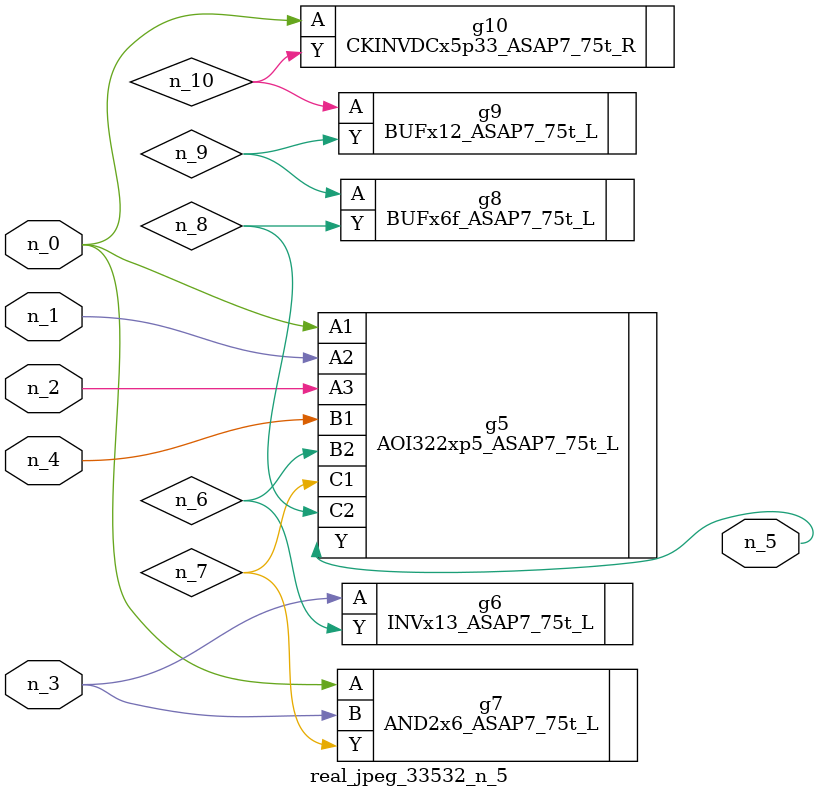
<source format=v>
module real_jpeg_33532_n_5 (n_4, n_0, n_1, n_2, n_3, n_5);

input n_4;
input n_0;
input n_1;
input n_2;
input n_3;

output n_5;

wire n_8;
wire n_6;
wire n_7;
wire n_10;
wire n_9;

AOI322xp5_ASAP7_75t_L g5 ( 
.A1(n_0),
.A2(n_1),
.A3(n_2),
.B1(n_4),
.B2(n_6),
.C1(n_7),
.C2(n_8),
.Y(n_5)
);

AND2x6_ASAP7_75t_L g7 ( 
.A(n_0),
.B(n_3),
.Y(n_7)
);

CKINVDCx5p33_ASAP7_75t_R g10 ( 
.A(n_0),
.Y(n_10)
);

INVx13_ASAP7_75t_L g6 ( 
.A(n_3),
.Y(n_6)
);

BUFx6f_ASAP7_75t_L g8 ( 
.A(n_9),
.Y(n_8)
);

BUFx12_ASAP7_75t_L g9 ( 
.A(n_10),
.Y(n_9)
);


endmodule
</source>
